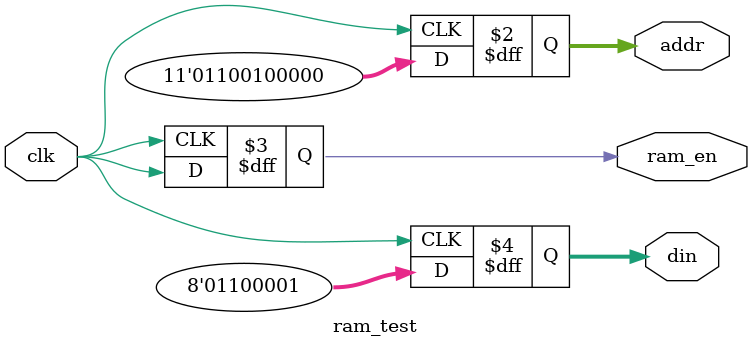
<source format=v>
`timescale 1ns / 1ps
module ram_test(clk, addr, ram_en, din);
    input clk;
    output [10:0] addr;
    output ram_en;
    output [7:0] din;

	reg [7:0] din;
	reg [10:0] addr;
	reg ram_en;
	
	always @(posedge clk)
		begin
			addr<=800;
			din<=8'h61;
			ram_en<=clk;
		end

endmodule

</source>
